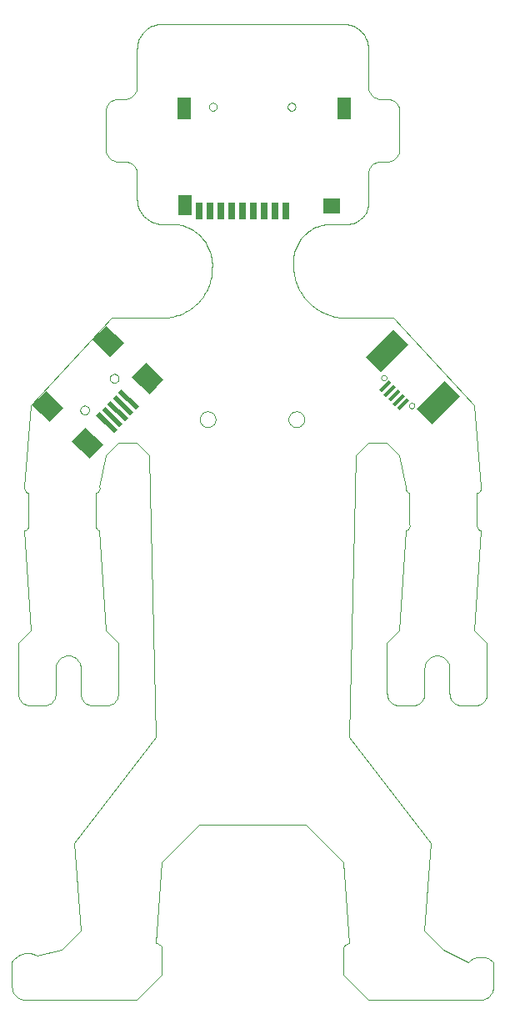
<source format=gbp>
G75*
%MOIN*%
%OFA0B0*%
%FSLAX24Y24*%
%IPPOS*%
%LPD*%
%AMOC8*
5,1,8,0,0,1.08239X$1,22.5*
%
%ADD10C,0.0000*%
%ADD11R,0.0315X0.0709*%
%ADD12R,0.0551X0.0787*%
%ADD13R,0.0551X0.0866*%
%ADD14R,0.0709X0.0630*%
%ADD15R,0.0984X0.0197*%
%ADD16R,0.0984X0.0787*%
%ADD17R,0.0551X0.0138*%
%ADD18R,0.0866X0.1575*%
D10*
X000100Y000600D02*
X000100Y001600D01*
X000128Y001644D01*
X000160Y001685D01*
X000194Y001724D01*
X000231Y001761D01*
X000270Y001795D01*
X000312Y001826D01*
X000356Y001854D01*
X000402Y001878D01*
X000449Y001900D01*
X000498Y001918D01*
X000548Y001932D01*
X000599Y001943D01*
X000651Y001950D01*
X000703Y001954D01*
X000755Y001953D01*
X000806Y001949D01*
X000858Y001942D01*
X000909Y001930D01*
X000959Y001916D01*
X001007Y001897D01*
X001055Y001875D01*
X001100Y001850D01*
X002100Y002100D01*
X002850Y002850D01*
X002600Y006350D01*
X005850Y010600D01*
X005600Y021850D01*
X005100Y022350D01*
X004350Y022350D01*
X003850Y021850D01*
X003600Y020600D01*
X003605Y020573D01*
X003606Y020547D01*
X003604Y020520D01*
X003598Y020493D01*
X003589Y020468D01*
X003577Y020444D01*
X003561Y020422D01*
X003543Y020402D01*
X003523Y020384D01*
X003500Y020370D01*
X003476Y020358D01*
X003450Y020350D01*
X003450Y019100D01*
X003445Y019073D01*
X003444Y019047D01*
X003446Y019020D01*
X003452Y018993D01*
X003461Y018968D01*
X003473Y018944D01*
X003489Y018922D01*
X003507Y018902D01*
X003527Y018884D01*
X003550Y018870D01*
X003574Y018858D01*
X003600Y018850D01*
X003850Y014850D01*
X004350Y014350D01*
X004350Y012350D01*
X004348Y012306D01*
X004342Y012263D01*
X004333Y012221D01*
X004320Y012179D01*
X004303Y012139D01*
X004283Y012100D01*
X004260Y012063D01*
X004233Y012029D01*
X004204Y011996D01*
X004171Y011967D01*
X004137Y011940D01*
X004100Y011917D01*
X004061Y011897D01*
X004021Y011880D01*
X003979Y011867D01*
X003937Y011858D01*
X003894Y011852D01*
X003850Y011850D01*
X003350Y011850D01*
X003306Y011852D01*
X003263Y011858D01*
X003221Y011867D01*
X003179Y011880D01*
X003139Y011897D01*
X003100Y011917D01*
X003063Y011940D01*
X003029Y011967D01*
X002996Y011996D01*
X002967Y012029D01*
X002940Y012063D01*
X002917Y012100D01*
X002897Y012139D01*
X002880Y012179D01*
X002867Y012221D01*
X002858Y012263D01*
X002852Y012306D01*
X002850Y012350D01*
X002850Y013350D01*
X002350Y013850D02*
X002306Y013848D01*
X002263Y013842D01*
X002221Y013833D01*
X002179Y013820D01*
X002139Y013803D01*
X002100Y013783D01*
X002063Y013760D01*
X002029Y013733D01*
X001996Y013704D01*
X001967Y013671D01*
X001940Y013637D01*
X001917Y013600D01*
X001897Y013561D01*
X001880Y013521D01*
X001867Y013479D01*
X001858Y013437D01*
X001852Y013394D01*
X001850Y013350D01*
X001850Y012350D01*
X001848Y012306D01*
X001842Y012263D01*
X001833Y012221D01*
X001820Y012179D01*
X001803Y012139D01*
X001783Y012100D01*
X001760Y012063D01*
X001733Y012029D01*
X001704Y011996D01*
X001671Y011967D01*
X001637Y011940D01*
X001600Y011917D01*
X001561Y011897D01*
X001521Y011880D01*
X001479Y011867D01*
X001437Y011858D01*
X001394Y011852D01*
X001350Y011850D01*
X000850Y011850D01*
X000806Y011852D01*
X000763Y011858D01*
X000721Y011867D01*
X000679Y011880D01*
X000639Y011897D01*
X000600Y011917D01*
X000563Y011940D01*
X000529Y011967D01*
X000496Y011996D01*
X000467Y012029D01*
X000440Y012063D01*
X000417Y012100D01*
X000397Y012139D01*
X000380Y012179D01*
X000367Y012221D01*
X000358Y012263D01*
X000352Y012306D01*
X000350Y012350D01*
X000350Y014350D01*
X000850Y014850D01*
X000600Y018850D01*
X000626Y018858D01*
X000650Y018870D01*
X000673Y018884D01*
X000693Y018902D01*
X000711Y018922D01*
X000727Y018944D01*
X000739Y018968D01*
X000748Y018993D01*
X000754Y019020D01*
X000756Y019047D01*
X000755Y019073D01*
X000750Y019100D01*
X000750Y020350D01*
X000724Y020358D01*
X000700Y020370D01*
X000677Y020384D01*
X000657Y020402D01*
X000639Y020422D01*
X000623Y020444D01*
X000611Y020468D01*
X000602Y020493D01*
X000596Y020520D01*
X000594Y020547D01*
X000595Y020573D01*
X000600Y020600D01*
X000850Y023850D01*
X004100Y027350D01*
X006100Y027350D01*
X006187Y027352D01*
X006274Y027358D01*
X006361Y027367D01*
X006447Y027380D01*
X006533Y027397D01*
X006618Y027418D01*
X006701Y027443D01*
X006784Y027471D01*
X006865Y027502D01*
X006945Y027537D01*
X007023Y027576D01*
X007100Y027618D01*
X007175Y027663D01*
X007247Y027712D01*
X007318Y027763D01*
X007386Y027818D01*
X007451Y027875D01*
X007514Y027936D01*
X007575Y027999D01*
X007632Y028064D01*
X007687Y028132D01*
X007738Y028203D01*
X007787Y028275D01*
X007832Y028350D01*
X007874Y028427D01*
X007913Y028505D01*
X007948Y028585D01*
X007979Y028666D01*
X008007Y028749D01*
X008032Y028832D01*
X008053Y028917D01*
X008070Y029003D01*
X008083Y029089D01*
X008092Y029176D01*
X008098Y029263D01*
X008100Y029350D01*
X006600Y031100D02*
X006100Y031100D01*
X006040Y031102D01*
X005979Y031107D01*
X005920Y031116D01*
X005861Y031129D01*
X005802Y031145D01*
X005745Y031165D01*
X005690Y031188D01*
X005635Y031215D01*
X005583Y031244D01*
X005532Y031277D01*
X005483Y031313D01*
X005437Y031351D01*
X005393Y031393D01*
X005351Y031437D01*
X005313Y031483D01*
X005277Y031532D01*
X005244Y031583D01*
X005215Y031635D01*
X005188Y031690D01*
X005165Y031745D01*
X005145Y031802D01*
X005129Y031861D01*
X005116Y031920D01*
X005107Y031979D01*
X005102Y032040D01*
X005100Y032100D01*
X005100Y033100D01*
X005098Y033144D01*
X005092Y033187D01*
X005083Y033229D01*
X005070Y033271D01*
X005053Y033311D01*
X005033Y033350D01*
X005010Y033387D01*
X004983Y033421D01*
X004954Y033454D01*
X004921Y033483D01*
X004887Y033510D01*
X004850Y033533D01*
X004811Y033553D01*
X004771Y033570D01*
X004729Y033583D01*
X004687Y033592D01*
X004644Y033598D01*
X004600Y033600D01*
X004350Y033600D01*
X004306Y033602D01*
X004263Y033608D01*
X004221Y033617D01*
X004179Y033630D01*
X004139Y033647D01*
X004100Y033667D01*
X004063Y033690D01*
X004029Y033717D01*
X003996Y033746D01*
X003967Y033779D01*
X003940Y033813D01*
X003917Y033850D01*
X003897Y033889D01*
X003880Y033929D01*
X003867Y033971D01*
X003858Y034013D01*
X003852Y034056D01*
X003850Y034100D01*
X003850Y035600D01*
X003852Y035644D01*
X003858Y035687D01*
X003867Y035729D01*
X003880Y035771D01*
X003897Y035811D01*
X003917Y035850D01*
X003940Y035887D01*
X003967Y035921D01*
X003996Y035954D01*
X004029Y035983D01*
X004063Y036010D01*
X004100Y036033D01*
X004139Y036053D01*
X004179Y036070D01*
X004221Y036083D01*
X004263Y036092D01*
X004306Y036098D01*
X004350Y036100D01*
X004600Y036100D01*
X004644Y036102D01*
X004687Y036108D01*
X004729Y036117D01*
X004771Y036130D01*
X004811Y036147D01*
X004850Y036167D01*
X004887Y036190D01*
X004921Y036217D01*
X004954Y036246D01*
X004983Y036279D01*
X005010Y036313D01*
X005033Y036350D01*
X005053Y036389D01*
X005070Y036429D01*
X005083Y036471D01*
X005092Y036513D01*
X005098Y036556D01*
X005100Y036600D01*
X005100Y038100D01*
X005102Y038160D01*
X005107Y038221D01*
X005116Y038280D01*
X005129Y038339D01*
X005145Y038398D01*
X005165Y038455D01*
X005188Y038510D01*
X005215Y038565D01*
X005244Y038617D01*
X005277Y038668D01*
X005313Y038717D01*
X005351Y038763D01*
X005393Y038807D01*
X005437Y038849D01*
X005483Y038887D01*
X005532Y038923D01*
X005583Y038956D01*
X005635Y038985D01*
X005690Y039012D01*
X005745Y039035D01*
X005802Y039055D01*
X005861Y039071D01*
X005920Y039084D01*
X005979Y039093D01*
X006040Y039098D01*
X006100Y039100D01*
X013350Y039100D01*
X013410Y039098D01*
X013471Y039093D01*
X013530Y039084D01*
X013589Y039071D01*
X013648Y039055D01*
X013705Y039035D01*
X013760Y039012D01*
X013815Y038985D01*
X013867Y038956D01*
X013918Y038923D01*
X013967Y038887D01*
X014013Y038849D01*
X014057Y038807D01*
X014099Y038763D01*
X014137Y038717D01*
X014173Y038668D01*
X014206Y038617D01*
X014235Y038565D01*
X014262Y038510D01*
X014285Y038455D01*
X014305Y038398D01*
X014321Y038339D01*
X014334Y038280D01*
X014343Y038221D01*
X014348Y038160D01*
X014350Y038100D01*
X014350Y036600D01*
X014352Y036556D01*
X014358Y036513D01*
X014367Y036471D01*
X014380Y036429D01*
X014397Y036389D01*
X014417Y036350D01*
X014440Y036313D01*
X014467Y036279D01*
X014496Y036246D01*
X014529Y036217D01*
X014563Y036190D01*
X014600Y036167D01*
X014639Y036147D01*
X014679Y036130D01*
X014721Y036117D01*
X014763Y036108D01*
X014806Y036102D01*
X014850Y036100D01*
X015100Y036100D01*
X015144Y036098D01*
X015187Y036092D01*
X015229Y036083D01*
X015271Y036070D01*
X015311Y036053D01*
X015350Y036033D01*
X015387Y036010D01*
X015421Y035983D01*
X015454Y035954D01*
X015483Y035921D01*
X015510Y035887D01*
X015533Y035850D01*
X015553Y035811D01*
X015570Y035771D01*
X015583Y035729D01*
X015592Y035687D01*
X015598Y035644D01*
X015600Y035600D01*
X015600Y034100D01*
X015598Y034056D01*
X015592Y034013D01*
X015583Y033971D01*
X015570Y033929D01*
X015553Y033889D01*
X015533Y033850D01*
X015510Y033813D01*
X015483Y033779D01*
X015454Y033746D01*
X015421Y033717D01*
X015387Y033690D01*
X015350Y033667D01*
X015311Y033647D01*
X015271Y033630D01*
X015229Y033617D01*
X015187Y033608D01*
X015144Y033602D01*
X015100Y033600D01*
X014850Y033600D01*
X014806Y033598D01*
X014763Y033592D01*
X014721Y033583D01*
X014679Y033570D01*
X014639Y033553D01*
X014600Y033533D01*
X014563Y033510D01*
X014529Y033483D01*
X014496Y033454D01*
X014467Y033421D01*
X014440Y033387D01*
X014417Y033350D01*
X014397Y033311D01*
X014380Y033271D01*
X014367Y033229D01*
X014358Y033187D01*
X014352Y033144D01*
X014350Y033100D01*
X014350Y032100D01*
X013600Y031100D02*
X012850Y031100D01*
X013600Y031100D02*
X013657Y031110D01*
X013713Y031124D01*
X013768Y031141D01*
X013822Y031162D01*
X013875Y031187D01*
X013925Y031214D01*
X013974Y031245D01*
X014021Y031280D01*
X014065Y031317D01*
X014107Y031357D01*
X014146Y031399D01*
X014182Y031445D01*
X014215Y031492D01*
X014245Y031541D01*
X014272Y031593D01*
X014295Y031646D01*
X014315Y031700D01*
X014331Y031756D01*
X014344Y031812D01*
X014353Y031869D01*
X014358Y031927D01*
X014359Y031985D01*
X014356Y032043D01*
X014350Y032100D01*
X011350Y029600D02*
X011346Y029510D01*
X011347Y029419D01*
X011351Y029329D01*
X011359Y029239D01*
X011371Y029149D01*
X011387Y029060D01*
X011406Y028972D01*
X011429Y028885D01*
X011456Y028799D01*
X011487Y028713D01*
X011521Y028630D01*
X011559Y028548D01*
X011600Y028467D01*
X011644Y028388D01*
X011692Y028312D01*
X011743Y028237D01*
X011797Y028165D01*
X011854Y028095D01*
X011914Y028027D01*
X011977Y027962D01*
X012043Y027900D01*
X012111Y027841D01*
X012181Y027784D01*
X012254Y027731D01*
X012329Y027681D01*
X012407Y027634D01*
X012486Y027590D01*
X012567Y027550D01*
X012649Y027513D01*
X012733Y027479D01*
X012818Y027450D01*
X012905Y027424D01*
X012993Y027401D01*
X013081Y027383D01*
X013170Y027368D01*
X013260Y027357D01*
X013350Y027350D01*
X015350Y027350D01*
X018600Y023850D01*
X018850Y020600D01*
X018855Y020573D01*
X018856Y020547D01*
X018854Y020520D01*
X018848Y020493D01*
X018839Y020468D01*
X018827Y020444D01*
X018811Y020422D01*
X018793Y020402D01*
X018773Y020384D01*
X018750Y020370D01*
X018726Y020358D01*
X018700Y020350D01*
X018700Y019100D01*
X018695Y019073D01*
X018694Y019047D01*
X018696Y019020D01*
X018702Y018993D01*
X018711Y018968D01*
X018723Y018944D01*
X018739Y018922D01*
X018757Y018902D01*
X018777Y018884D01*
X018800Y018870D01*
X018824Y018858D01*
X018850Y018850D01*
X018600Y014850D01*
X019100Y014350D01*
X019100Y012350D01*
X019098Y012306D01*
X019092Y012263D01*
X019083Y012221D01*
X019070Y012179D01*
X019053Y012139D01*
X019033Y012100D01*
X019010Y012063D01*
X018983Y012029D01*
X018954Y011996D01*
X018921Y011967D01*
X018887Y011940D01*
X018850Y011917D01*
X018811Y011897D01*
X018771Y011880D01*
X018729Y011867D01*
X018687Y011858D01*
X018644Y011852D01*
X018600Y011850D01*
X018100Y011850D01*
X018056Y011852D01*
X018013Y011858D01*
X017971Y011867D01*
X017929Y011880D01*
X017889Y011897D01*
X017850Y011917D01*
X017813Y011940D01*
X017779Y011967D01*
X017746Y011996D01*
X017717Y012029D01*
X017690Y012063D01*
X017667Y012100D01*
X017647Y012139D01*
X017630Y012179D01*
X017617Y012221D01*
X017608Y012263D01*
X017602Y012306D01*
X017600Y012350D01*
X017600Y013350D01*
X017598Y013394D01*
X017592Y013437D01*
X017583Y013479D01*
X017570Y013521D01*
X017553Y013561D01*
X017533Y013600D01*
X017510Y013637D01*
X017483Y013671D01*
X017454Y013704D01*
X017421Y013733D01*
X017387Y013760D01*
X017350Y013783D01*
X017311Y013803D01*
X017271Y013820D01*
X017229Y013833D01*
X017187Y013842D01*
X017144Y013848D01*
X017100Y013850D01*
X017056Y013848D01*
X017013Y013842D01*
X016971Y013833D01*
X016929Y013820D01*
X016889Y013803D01*
X016850Y013783D01*
X016813Y013760D01*
X016779Y013733D01*
X016746Y013704D01*
X016717Y013671D01*
X016690Y013637D01*
X016667Y013600D01*
X016647Y013561D01*
X016630Y013521D01*
X016617Y013479D01*
X016608Y013437D01*
X016602Y013394D01*
X016600Y013350D01*
X016600Y012350D01*
X016598Y012306D01*
X016592Y012263D01*
X016583Y012221D01*
X016570Y012179D01*
X016553Y012139D01*
X016533Y012100D01*
X016510Y012063D01*
X016483Y012029D01*
X016454Y011996D01*
X016421Y011967D01*
X016387Y011940D01*
X016350Y011917D01*
X016311Y011897D01*
X016271Y011880D01*
X016229Y011867D01*
X016187Y011858D01*
X016144Y011852D01*
X016100Y011850D01*
X015600Y011850D01*
X015556Y011852D01*
X015513Y011858D01*
X015471Y011867D01*
X015429Y011880D01*
X015389Y011897D01*
X015350Y011917D01*
X015313Y011940D01*
X015279Y011967D01*
X015246Y011996D01*
X015217Y012029D01*
X015190Y012063D01*
X015167Y012100D01*
X015147Y012139D01*
X015130Y012179D01*
X015117Y012221D01*
X015108Y012263D01*
X015102Y012306D01*
X015100Y012350D01*
X015100Y014350D01*
X015600Y014850D01*
X015850Y018850D01*
X015876Y018858D01*
X015900Y018870D01*
X015923Y018884D01*
X015943Y018902D01*
X015961Y018922D01*
X015977Y018944D01*
X015989Y018968D01*
X015998Y018993D01*
X016004Y019020D01*
X016006Y019047D01*
X016005Y019073D01*
X016000Y019100D01*
X016000Y020350D01*
X015974Y020358D01*
X015950Y020370D01*
X015927Y020384D01*
X015907Y020402D01*
X015889Y020422D01*
X015873Y020444D01*
X015861Y020468D01*
X015852Y020493D01*
X015846Y020520D01*
X015844Y020547D01*
X015845Y020573D01*
X015850Y020600D01*
X015600Y021850D01*
X015100Y022350D01*
X014350Y022350D01*
X013850Y021850D01*
X013600Y010600D01*
X016850Y006350D01*
X016600Y002850D01*
X017350Y002100D01*
X018350Y001600D01*
X018387Y001634D01*
X018426Y001666D01*
X018468Y001695D01*
X018511Y001721D01*
X018556Y001743D01*
X018603Y001762D01*
X018651Y001778D01*
X018700Y001791D01*
X018749Y001800D01*
X018800Y001805D01*
X018850Y001807D01*
X018900Y001805D01*
X018951Y001800D01*
X019000Y001791D01*
X019049Y001778D01*
X019097Y001762D01*
X019144Y001743D01*
X019189Y001721D01*
X019232Y001695D01*
X019274Y001666D01*
X019313Y001634D01*
X019350Y001600D01*
X019350Y000600D01*
X019348Y000556D01*
X019342Y000513D01*
X019333Y000471D01*
X019320Y000429D01*
X019303Y000389D01*
X019283Y000350D01*
X019260Y000313D01*
X019233Y000279D01*
X019204Y000246D01*
X019171Y000217D01*
X019137Y000190D01*
X019100Y000167D01*
X019061Y000147D01*
X019021Y000130D01*
X018979Y000117D01*
X018937Y000108D01*
X018894Y000102D01*
X018850Y000100D01*
X014350Y000100D01*
X013350Y001100D01*
X013350Y002100D01*
X013352Y002130D01*
X013357Y002160D01*
X013366Y002189D01*
X013379Y002216D01*
X013394Y002242D01*
X013413Y002266D01*
X013434Y002287D01*
X013458Y002306D01*
X013484Y002321D01*
X013511Y002334D01*
X013540Y002343D01*
X013570Y002348D01*
X013600Y002350D01*
X013350Y005600D01*
X011850Y007100D01*
X007600Y007100D01*
X006100Y005600D01*
X005850Y002350D01*
X005880Y002348D01*
X005910Y002343D01*
X005939Y002334D01*
X005966Y002321D01*
X005992Y002306D01*
X006016Y002287D01*
X006037Y002266D01*
X006056Y002242D01*
X006071Y002216D01*
X006084Y002189D01*
X006093Y002160D01*
X006098Y002130D01*
X006100Y002100D01*
X006100Y001100D01*
X005100Y000100D01*
X000600Y000100D01*
X000556Y000102D01*
X000513Y000108D01*
X000471Y000117D01*
X000429Y000130D01*
X000389Y000147D01*
X000350Y000167D01*
X000313Y000190D01*
X000279Y000217D01*
X000246Y000246D01*
X000217Y000279D01*
X000190Y000313D01*
X000167Y000350D01*
X000147Y000389D01*
X000130Y000429D01*
X000117Y000471D01*
X000108Y000513D01*
X000102Y000556D01*
X000100Y000600D01*
X002850Y013350D02*
X002848Y013394D01*
X002842Y013437D01*
X002833Y013479D01*
X002820Y013521D01*
X002803Y013561D01*
X002783Y013600D01*
X002760Y013637D01*
X002733Y013671D01*
X002704Y013704D01*
X002671Y013733D01*
X002637Y013760D01*
X002600Y013783D01*
X002561Y013803D01*
X002521Y013820D01*
X002479Y013833D01*
X002437Y013842D01*
X002394Y013848D01*
X002350Y013850D01*
X002832Y023667D02*
X002834Y023693D01*
X002840Y023719D01*
X002850Y023744D01*
X002863Y023767D01*
X002879Y023787D01*
X002899Y023805D01*
X002921Y023820D01*
X002944Y023832D01*
X002970Y023840D01*
X002996Y023844D01*
X003022Y023844D01*
X003048Y023840D01*
X003074Y023832D01*
X003098Y023820D01*
X003119Y023805D01*
X003139Y023787D01*
X003155Y023767D01*
X003168Y023744D01*
X003178Y023719D01*
X003184Y023693D01*
X003186Y023667D01*
X003184Y023641D01*
X003178Y023615D01*
X003168Y023590D01*
X003155Y023567D01*
X003139Y023547D01*
X003119Y023529D01*
X003097Y023514D01*
X003074Y023502D01*
X003048Y023494D01*
X003022Y023490D01*
X002996Y023490D01*
X002970Y023494D01*
X002944Y023502D01*
X002920Y023514D01*
X002899Y023529D01*
X002879Y023547D01*
X002863Y023567D01*
X002850Y023590D01*
X002840Y023615D01*
X002834Y023641D01*
X002832Y023667D01*
X004014Y024933D02*
X004016Y024959D01*
X004022Y024985D01*
X004032Y025010D01*
X004045Y025033D01*
X004061Y025053D01*
X004081Y025071D01*
X004103Y025086D01*
X004126Y025098D01*
X004152Y025106D01*
X004178Y025110D01*
X004204Y025110D01*
X004230Y025106D01*
X004256Y025098D01*
X004280Y025086D01*
X004301Y025071D01*
X004321Y025053D01*
X004337Y025033D01*
X004350Y025010D01*
X004360Y024985D01*
X004366Y024959D01*
X004368Y024933D01*
X004366Y024907D01*
X004360Y024881D01*
X004350Y024856D01*
X004337Y024833D01*
X004321Y024813D01*
X004301Y024795D01*
X004279Y024780D01*
X004256Y024768D01*
X004230Y024760D01*
X004204Y024756D01*
X004178Y024756D01*
X004152Y024760D01*
X004126Y024768D01*
X004102Y024780D01*
X004081Y024795D01*
X004061Y024813D01*
X004045Y024833D01*
X004032Y024856D01*
X004022Y024881D01*
X004016Y024907D01*
X004014Y024933D01*
X008100Y029350D02*
X008104Y029430D01*
X008105Y029510D01*
X008101Y029590D01*
X008093Y029669D01*
X008082Y029749D01*
X008067Y029827D01*
X008047Y029905D01*
X008024Y029981D01*
X007998Y030057D01*
X007967Y030131D01*
X007933Y030203D01*
X007896Y030274D01*
X007855Y030343D01*
X007811Y030409D01*
X007763Y030474D01*
X007713Y030536D01*
X007659Y030595D01*
X007603Y030652D01*
X007544Y030706D01*
X007482Y030757D01*
X007418Y030805D01*
X007351Y030849D01*
X007283Y030891D01*
X007212Y030929D01*
X007140Y030963D01*
X007066Y030994D01*
X006991Y031021D01*
X006915Y031045D01*
X006837Y031064D01*
X006759Y031080D01*
X006680Y031092D01*
X006600Y031100D01*
X007973Y035788D02*
X007975Y035813D01*
X007981Y035837D01*
X007990Y035859D01*
X008003Y035880D01*
X008019Y035899D01*
X008038Y035915D01*
X008059Y035928D01*
X008081Y035937D01*
X008105Y035943D01*
X008130Y035945D01*
X008155Y035943D01*
X008179Y035937D01*
X008201Y035928D01*
X008222Y035915D01*
X008241Y035899D01*
X008257Y035880D01*
X008270Y035859D01*
X008279Y035837D01*
X008285Y035813D01*
X008287Y035788D01*
X008285Y035763D01*
X008279Y035739D01*
X008270Y035717D01*
X008257Y035696D01*
X008241Y035677D01*
X008222Y035661D01*
X008201Y035648D01*
X008179Y035639D01*
X008155Y035633D01*
X008130Y035631D01*
X008105Y035633D01*
X008081Y035639D01*
X008059Y035648D01*
X008038Y035661D01*
X008019Y035677D01*
X008003Y035696D01*
X007990Y035717D01*
X007981Y035739D01*
X007975Y035763D01*
X007973Y035788D01*
X011123Y035788D02*
X011125Y035813D01*
X011131Y035837D01*
X011140Y035859D01*
X011153Y035880D01*
X011169Y035899D01*
X011188Y035915D01*
X011209Y035928D01*
X011231Y035937D01*
X011255Y035943D01*
X011280Y035945D01*
X011305Y035943D01*
X011329Y035937D01*
X011351Y035928D01*
X011372Y035915D01*
X011391Y035899D01*
X011407Y035880D01*
X011420Y035859D01*
X011429Y035837D01*
X011435Y035813D01*
X011437Y035788D01*
X011435Y035763D01*
X011429Y035739D01*
X011420Y035717D01*
X011407Y035696D01*
X011391Y035677D01*
X011372Y035661D01*
X011351Y035648D01*
X011329Y035639D01*
X011305Y035633D01*
X011280Y035631D01*
X011255Y035633D01*
X011231Y035639D01*
X011209Y035648D01*
X011188Y035661D01*
X011169Y035677D01*
X011153Y035696D01*
X011140Y035717D01*
X011131Y035739D01*
X011125Y035763D01*
X011123Y035788D01*
X012850Y031100D02*
X012774Y031098D01*
X012698Y031092D01*
X012623Y031083D01*
X012548Y031069D01*
X012474Y031052D01*
X012401Y031031D01*
X012329Y031007D01*
X012258Y030978D01*
X012189Y030947D01*
X012122Y030912D01*
X012057Y030873D01*
X011993Y030831D01*
X011932Y030786D01*
X011873Y030738D01*
X011817Y030687D01*
X011763Y030633D01*
X011712Y030577D01*
X011664Y030518D01*
X011619Y030457D01*
X011577Y030393D01*
X011538Y030328D01*
X011503Y030261D01*
X011472Y030192D01*
X011443Y030121D01*
X011419Y030049D01*
X011398Y029976D01*
X011381Y029902D01*
X011367Y029827D01*
X011358Y029752D01*
X011352Y029676D01*
X011350Y029600D01*
X011157Y023300D02*
X011159Y023335D01*
X011165Y023370D01*
X011175Y023404D01*
X011188Y023437D01*
X011205Y023468D01*
X011226Y023496D01*
X011249Y023523D01*
X011276Y023546D01*
X011304Y023567D01*
X011335Y023584D01*
X011368Y023597D01*
X011402Y023607D01*
X011437Y023613D01*
X011472Y023615D01*
X011507Y023613D01*
X011542Y023607D01*
X011576Y023597D01*
X011609Y023584D01*
X011640Y023567D01*
X011668Y023546D01*
X011695Y023523D01*
X011718Y023496D01*
X011739Y023468D01*
X011756Y023437D01*
X011769Y023404D01*
X011779Y023370D01*
X011785Y023335D01*
X011787Y023300D01*
X011785Y023265D01*
X011779Y023230D01*
X011769Y023196D01*
X011756Y023163D01*
X011739Y023132D01*
X011718Y023104D01*
X011695Y023077D01*
X011668Y023054D01*
X011640Y023033D01*
X011609Y023016D01*
X011576Y023003D01*
X011542Y022993D01*
X011507Y022987D01*
X011472Y022985D01*
X011437Y022987D01*
X011402Y022993D01*
X011368Y023003D01*
X011335Y023016D01*
X011304Y023033D01*
X011276Y023054D01*
X011249Y023077D01*
X011226Y023104D01*
X011205Y023132D01*
X011188Y023163D01*
X011175Y023196D01*
X011165Y023230D01*
X011159Y023265D01*
X011157Y023300D01*
X007613Y023300D02*
X007615Y023335D01*
X007621Y023370D01*
X007631Y023404D01*
X007644Y023437D01*
X007661Y023468D01*
X007682Y023496D01*
X007705Y023523D01*
X007732Y023546D01*
X007760Y023567D01*
X007791Y023584D01*
X007824Y023597D01*
X007858Y023607D01*
X007893Y023613D01*
X007928Y023615D01*
X007963Y023613D01*
X007998Y023607D01*
X008032Y023597D01*
X008065Y023584D01*
X008096Y023567D01*
X008124Y023546D01*
X008151Y023523D01*
X008174Y023496D01*
X008195Y023468D01*
X008212Y023437D01*
X008225Y023404D01*
X008235Y023370D01*
X008241Y023335D01*
X008243Y023300D01*
X008241Y023265D01*
X008235Y023230D01*
X008225Y023196D01*
X008212Y023163D01*
X008195Y023132D01*
X008174Y023104D01*
X008151Y023077D01*
X008124Y023054D01*
X008096Y023033D01*
X008065Y023016D01*
X008032Y023003D01*
X007998Y022993D01*
X007963Y022987D01*
X007928Y022985D01*
X007893Y022987D01*
X007858Y022993D01*
X007824Y023003D01*
X007791Y023016D01*
X007760Y023033D01*
X007732Y023054D01*
X007705Y023077D01*
X007682Y023104D01*
X007661Y023132D01*
X007644Y023163D01*
X007631Y023196D01*
X007621Y023230D01*
X007615Y023265D01*
X007613Y023300D01*
X014867Y024958D02*
X014869Y024978D01*
X014875Y024998D01*
X014884Y025016D01*
X014897Y025033D01*
X014912Y025046D01*
X014930Y025056D01*
X014950Y025063D01*
X014970Y025066D01*
X014990Y025065D01*
X015010Y025060D01*
X015029Y025052D01*
X015046Y025040D01*
X015060Y025025D01*
X015071Y025007D01*
X015079Y024988D01*
X015083Y024968D01*
X015083Y024948D01*
X015079Y024928D01*
X015071Y024909D01*
X015060Y024891D01*
X015046Y024876D01*
X015029Y024864D01*
X015010Y024856D01*
X014990Y024851D01*
X014970Y024850D01*
X014950Y024853D01*
X014930Y024860D01*
X014912Y024870D01*
X014897Y024883D01*
X014884Y024900D01*
X014875Y024918D01*
X014869Y024938D01*
X014867Y024958D01*
X015980Y023845D02*
X015982Y023865D01*
X015988Y023885D01*
X015997Y023903D01*
X016010Y023920D01*
X016025Y023933D01*
X016043Y023943D01*
X016063Y023950D01*
X016083Y023953D01*
X016103Y023952D01*
X016123Y023947D01*
X016142Y023939D01*
X016159Y023927D01*
X016173Y023912D01*
X016184Y023894D01*
X016192Y023875D01*
X016196Y023855D01*
X016196Y023835D01*
X016192Y023815D01*
X016184Y023796D01*
X016173Y023778D01*
X016159Y023763D01*
X016142Y023751D01*
X016123Y023743D01*
X016103Y023738D01*
X016083Y023737D01*
X016063Y023740D01*
X016043Y023747D01*
X016025Y023757D01*
X016010Y023770D01*
X015997Y023787D01*
X015988Y023805D01*
X015982Y023825D01*
X015980Y023845D01*
D11*
X011063Y031615D03*
X010630Y031615D03*
X010197Y031615D03*
X009764Y031615D03*
X009331Y031615D03*
X008898Y031615D03*
X008465Y031615D03*
X008032Y031615D03*
X007599Y031615D03*
D12*
X007028Y031851D03*
D13*
X006969Y035729D03*
X013386Y035729D03*
D14*
X012894Y031812D03*
D15*
G36*
X005041Y023682D02*
X004323Y024352D01*
X004457Y024496D01*
X005175Y023826D01*
X005041Y023682D01*
G37*
G36*
X004827Y023452D02*
X004109Y024122D01*
X004243Y024266D01*
X004961Y023596D01*
X004827Y023452D01*
G37*
G36*
X004612Y023222D02*
X003894Y023892D01*
X004028Y024036D01*
X004746Y023366D01*
X004612Y023222D01*
G37*
G36*
X004397Y022991D02*
X003679Y023661D01*
X003813Y023805D01*
X004531Y023135D01*
X004397Y022991D01*
G37*
G36*
X004182Y022761D02*
X003464Y023431D01*
X003598Y023575D01*
X004316Y022905D01*
X004182Y022761D01*
G37*
D16*
G36*
X003203Y021711D02*
X002485Y022381D01*
X003021Y022955D01*
X003739Y022285D01*
X003203Y021711D01*
G37*
G36*
X001619Y023188D02*
X000901Y023858D01*
X001437Y024432D01*
X002155Y023762D01*
X001619Y023188D01*
G37*
G36*
X004035Y025779D02*
X003317Y026449D01*
X003853Y027023D01*
X004571Y026353D01*
X004035Y025779D01*
G37*
G36*
X005619Y024302D02*
X004901Y024972D01*
X005437Y025546D01*
X006155Y024876D01*
X005619Y024302D01*
G37*
D17*
G36*
X014787Y024479D02*
X015175Y024867D01*
X015273Y024769D01*
X014885Y024381D01*
X014787Y024479D01*
G37*
G36*
X014968Y024298D02*
X015356Y024686D01*
X015454Y024588D01*
X015066Y024200D01*
X014968Y024298D01*
G37*
G36*
X015149Y024117D02*
X015537Y024505D01*
X015635Y024407D01*
X015247Y024019D01*
X015149Y024117D01*
G37*
G36*
X015330Y023936D02*
X015718Y024324D01*
X015816Y024226D01*
X015428Y023838D01*
X015330Y023936D01*
G37*
G36*
X015511Y023755D02*
X015899Y024143D01*
X015997Y024045D01*
X015609Y023657D01*
X015511Y023755D01*
G37*
D18*
G36*
X014850Y025168D02*
X014238Y025780D01*
X015350Y026892D01*
X015962Y026280D01*
X014850Y025168D01*
G37*
G36*
X016910Y023108D02*
X016298Y023720D01*
X017410Y024832D01*
X018022Y024220D01*
X016910Y023108D01*
G37*
M02*

</source>
